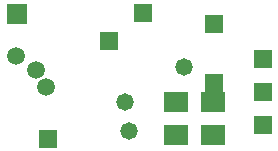
<source format=gbs>
%FSLAX43Y43*%
%MOMM*%
G71*
G01*
G75*
%ADD10R,1.650X0.300*%
%ADD11C,0.254*%
%ADD12R,1.300X1.300*%
%ADD13C,1.300*%
%ADD14R,1.500X1.500*%
%ADD15C,1.270*%
%ADD16R,1.800X1.600*%
%ADD17R,1.853X0.503*%
%ADD18R,1.503X1.503*%
%ADD19C,1.503*%
%ADD20R,1.703X1.703*%
%ADD21C,1.473*%
%ADD22R,2.003X1.803*%
D18*
X4075Y1375D02*
D03*
X22275Y2525D02*
D03*
Y5325D02*
D03*
X22250Y8150D02*
D03*
X18100Y6075D02*
D03*
X9275Y9650D02*
D03*
X18100Y11075D02*
D03*
X12100Y11975D02*
D03*
D19*
X3900Y5700D02*
D03*
X3025Y7200D02*
D03*
X1375Y8350D02*
D03*
D20*
X1425Y11925D02*
D03*
D21*
X15600Y7450D02*
D03*
X10900Y1975D02*
D03*
X10625Y4500D02*
D03*
D22*
X14893Y1688D02*
D03*
Y4488D02*
D03*
X18043Y1688D02*
D03*
X18043Y4488D02*
D03*
M02*

</source>
